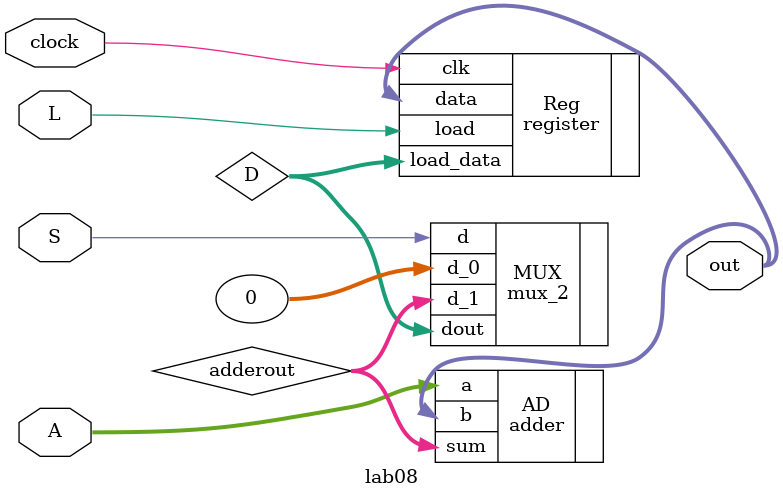
<source format=v>
module lab08(S,L,A,clock,out);

	input [7:0] A;
	input L;
	input S;
	input clock;
	output [7:0]out;
	wire [7:0] adderout;
	wire [7:0] D;
	
	adder AD(
		.a(A),
		.b(out),
		.sum(adderout),
	);
	register Reg(
		.clk(clock),
		.load(L),
		.load_data(D),
		.data(out),
	);
	mux_2 MUX(
		.d_0(0),
		.d_1(adderout),
		.d(S),
		.dout(D),
	);
endmodule
	
	
</source>
